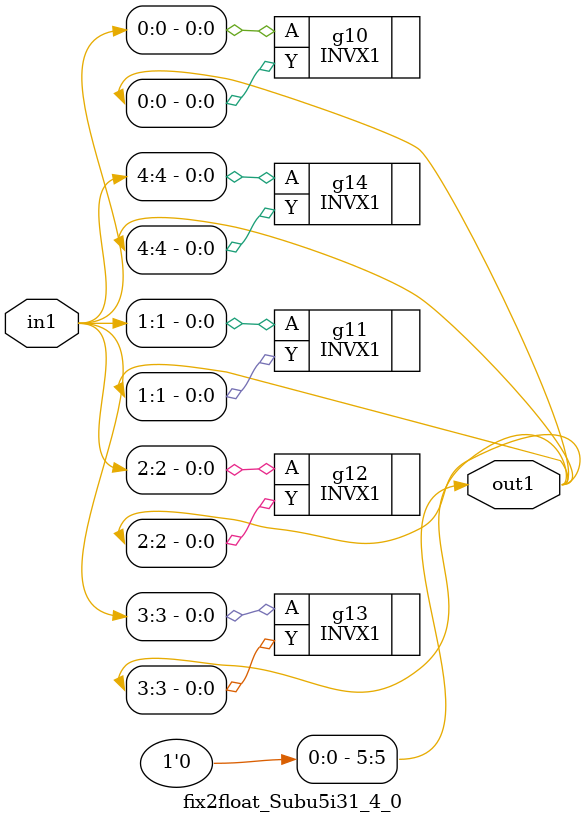
<source format=v>
`timescale 1ps / 1ps


module fix2float_Subu5i31_4_0(in1, out1);
  input [4:0] in1;
  output [5:0] out1;
  wire [4:0] in1;
  wire [5:0] out1;
  assign out1[5] = 1'b0;
  INVX1 g14(.A (in1[4]), .Y (out1[4]));
  INVX1 g13(.A (in1[3]), .Y (out1[3]));
  INVX1 g11(.A (in1[1]), .Y (out1[1]));
  INVX1 g10(.A (in1[0]), .Y (out1[0]));
  INVX1 g12(.A (in1[2]), .Y (out1[2]));
endmodule



</source>
